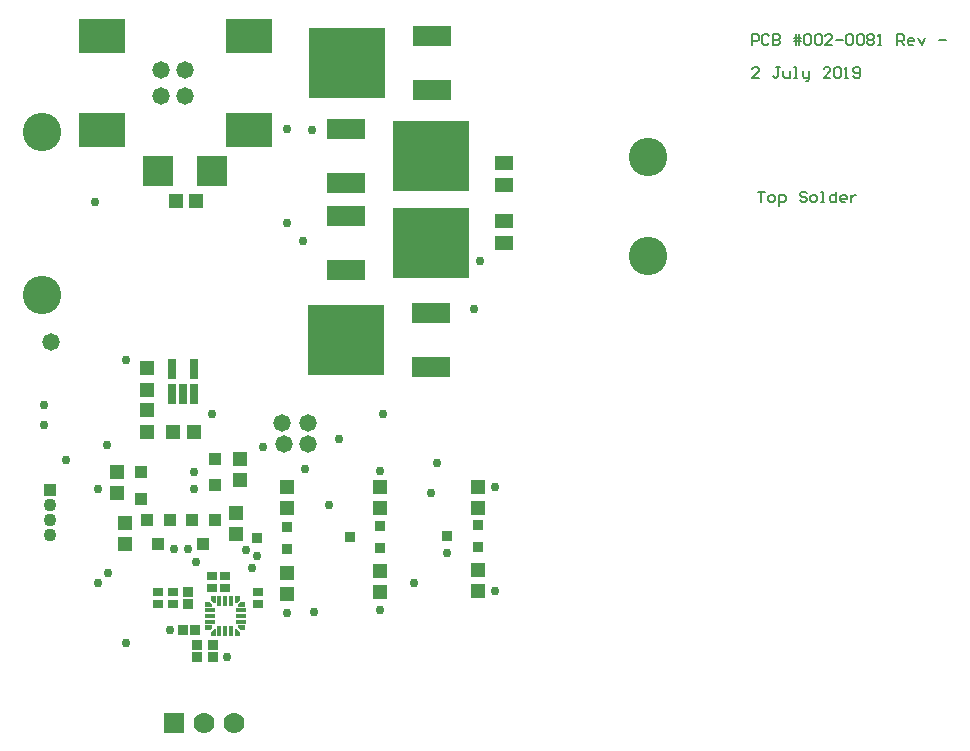
<source format=gts>
G04*
G04 #@! TF.GenerationSoftware,Altium Limited,Altium Designer,19.0.10 (269)*
G04*
G04 Layer_Color=8388736*
%FSLAX23Y23*%
%MOIN*%
G70*
G01*
G75*
%ADD16C,0.008*%
%ADD38R,0.039X0.039*%
%ADD39R,0.063X0.049*%
%ADD40R,0.039X0.043*%
%ADD41R,0.099X0.099*%
%ADD42R,0.051X0.047*%
%ADD43R,0.158X0.118*%
%ADD44R,0.126X0.071*%
%ADD45R,0.252X0.236*%
%ADD46R,0.051X0.051*%
%ADD47R,0.034X0.030*%
%ADD48R,0.036X0.032*%
%ADD49R,0.051X0.051*%
%ADD50R,0.036X0.036*%
%ADD51R,0.036X0.036*%
%ADD52R,0.032X0.017*%
%ADD53R,0.017X0.032*%
%ADD54R,0.030X0.065*%
%ADD55R,0.030X0.065*%
%ADD56C,0.128*%
%ADD57C,0.070*%
%ADD58R,0.070X0.070*%
%ADD59R,0.043X0.043*%
%ADD60C,0.043*%
%ADD61C,0.030*%
%ADD62C,0.058*%
G36*
X627Y477D02*
X618Y468D01*
X603Y468D01*
Y484D01*
X627D01*
X627Y477D01*
D02*
G37*
G36*
X639Y448D02*
X622D01*
X622Y463D01*
X632Y472D01*
X639Y472D01*
Y448D01*
D02*
G37*
G36*
Y558D02*
X632Y558D01*
X622Y567D01*
X622Y583D01*
X639D01*
Y558D01*
D02*
G37*
G36*
X618Y563D02*
X627Y554D01*
X627Y546D01*
X603D01*
Y563D01*
X618Y563D01*
D02*
G37*
G36*
X737Y468D02*
X722Y468D01*
X713Y477D01*
X713Y484D01*
X737D01*
Y468D01*
D02*
G37*
G36*
X708Y472D02*
X718Y463D01*
X718Y448D01*
X701D01*
Y472D01*
X708Y472D01*
D02*
G37*
G36*
X718Y567D02*
X708Y558D01*
X701Y558D01*
Y583D01*
X718D01*
X718Y567D01*
D02*
G37*
G36*
X737Y546D02*
X713D01*
X713Y554D01*
X722Y563D01*
X737Y563D01*
Y546D01*
D02*
G37*
D16*
X2445Y1930D02*
X2468D01*
X2457D01*
Y1895D01*
X2486D02*
X2497D01*
X2503Y1901D01*
Y1912D01*
X2497Y1918D01*
X2486D01*
X2480Y1912D01*
Y1901D01*
X2486Y1895D01*
X2515Y1883D02*
Y1918D01*
X2532D01*
X2538Y1912D01*
Y1901D01*
X2532Y1895D01*
X2515D01*
X2608Y1924D02*
X2602Y1930D01*
X2591D01*
X2585Y1924D01*
Y1918D01*
X2591Y1912D01*
X2602D01*
X2608Y1907D01*
Y1901D01*
X2602Y1895D01*
X2591D01*
X2585Y1901D01*
X2626Y1895D02*
X2637D01*
X2643Y1901D01*
Y1912D01*
X2637Y1918D01*
X2626D01*
X2620Y1912D01*
Y1901D01*
X2626Y1895D01*
X2655D02*
X2667D01*
X2661D01*
Y1930D01*
X2655D01*
X2707D02*
Y1895D01*
X2690D01*
X2684Y1901D01*
Y1912D01*
X2690Y1918D01*
X2707D01*
X2737Y1895D02*
X2725D01*
X2719Y1901D01*
Y1912D01*
X2725Y1918D01*
X2737D01*
X2742Y1912D01*
Y1907D01*
X2719D01*
X2754Y1918D02*
Y1895D01*
Y1907D01*
X2760Y1912D01*
X2766Y1918D01*
X2772D01*
X2448Y2310D02*
X2425D01*
X2448Y2333D01*
Y2339D01*
X2442Y2345D01*
X2431D01*
X2425Y2339D01*
X2518Y2345D02*
X2507D01*
X2512D01*
Y2316D01*
X2507Y2310D01*
X2501D01*
X2495Y2316D01*
X2530Y2333D02*
Y2316D01*
X2536Y2310D01*
X2553D01*
Y2333D01*
X2565Y2310D02*
X2577D01*
X2571D01*
Y2345D01*
X2565D01*
X2594Y2333D02*
Y2316D01*
X2600Y2310D01*
X2617D01*
Y2304D01*
X2612Y2298D01*
X2606D01*
X2617Y2310D02*
Y2333D01*
X2687Y2310D02*
X2664D01*
X2687Y2333D01*
Y2339D01*
X2682Y2345D01*
X2670D01*
X2664Y2339D01*
X2699D02*
X2705Y2345D01*
X2717D01*
X2722Y2339D01*
Y2316D01*
X2717Y2310D01*
X2705D01*
X2699Y2316D01*
Y2339D01*
X2734Y2310D02*
X2746D01*
X2740D01*
Y2345D01*
X2734Y2339D01*
X2763Y2316D02*
X2769Y2310D01*
X2781D01*
X2787Y2316D01*
Y2339D01*
X2781Y2345D01*
X2769D01*
X2763Y2339D01*
Y2333D01*
X2769Y2327D01*
X2787D01*
X2425Y2420D02*
Y2455D01*
X2442D01*
X2448Y2449D01*
Y2437D01*
X2442Y2432D01*
X2425D01*
X2483Y2449D02*
X2477Y2455D01*
X2466D01*
X2460Y2449D01*
Y2426D01*
X2466Y2420D01*
X2477D01*
X2483Y2426D01*
X2495Y2455D02*
Y2420D01*
X2512D01*
X2518Y2426D01*
Y2432D01*
X2512Y2437D01*
X2495D01*
X2512D01*
X2518Y2443D01*
Y2449D01*
X2512Y2455D01*
X2495D01*
X2571Y2420D02*
Y2455D01*
X2582D02*
Y2420D01*
X2565Y2443D02*
X2582D01*
X2588D01*
X2565Y2432D02*
X2588D01*
X2600Y2449D02*
X2606Y2455D01*
X2617D01*
X2623Y2449D01*
Y2426D01*
X2617Y2420D01*
X2606D01*
X2600Y2426D01*
Y2449D01*
X2635D02*
X2641Y2455D01*
X2652D01*
X2658Y2449D01*
Y2426D01*
X2652Y2420D01*
X2641D01*
X2635Y2426D01*
Y2449D01*
X2693Y2420D02*
X2670D01*
X2693Y2443D01*
Y2449D01*
X2687Y2455D01*
X2676D01*
X2670Y2449D01*
X2705Y2437D02*
X2728D01*
X2740Y2449D02*
X2746Y2455D01*
X2757D01*
X2763Y2449D01*
Y2426D01*
X2757Y2420D01*
X2746D01*
X2740Y2426D01*
Y2449D01*
X2775D02*
X2781Y2455D01*
X2792D01*
X2798Y2449D01*
Y2426D01*
X2792Y2420D01*
X2781D01*
X2775Y2426D01*
Y2449D01*
X2810D02*
X2816Y2455D01*
X2827D01*
X2833Y2449D01*
Y2443D01*
X2827Y2437D01*
X2833Y2432D01*
Y2426D01*
X2827Y2420D01*
X2816D01*
X2810Y2426D01*
Y2432D01*
X2816Y2437D01*
X2810Y2443D01*
Y2449D01*
X2816Y2437D02*
X2827D01*
X2845Y2420D02*
X2857D01*
X2851D01*
Y2455D01*
X2845Y2449D01*
X2909Y2420D02*
Y2455D01*
X2927D01*
X2932Y2449D01*
Y2437D01*
X2927Y2432D01*
X2909D01*
X2921D02*
X2932Y2420D01*
X2961D02*
X2950D01*
X2944Y2426D01*
Y2437D01*
X2950Y2443D01*
X2961D01*
X2967Y2437D01*
Y2432D01*
X2944D01*
X2979Y2443D02*
X2991Y2420D01*
X3002Y2443D01*
X3049Y2437D02*
X3072D01*
D38*
X390Y907D02*
D03*
Y995D02*
D03*
X635Y951D02*
D03*
Y1040D02*
D03*
D39*
X1600Y1832D02*
D03*
Y1758D02*
D03*
Y2027D02*
D03*
Y1953D02*
D03*
D40*
X634Y835D02*
D03*
X560D02*
D03*
X597Y756D02*
D03*
X484Y835D02*
D03*
X410D02*
D03*
X447Y756D02*
D03*
D41*
X447Y2000D02*
D03*
X624D02*
D03*
D42*
X505Y1900D02*
D03*
X572D02*
D03*
D43*
X750Y2450D02*
D03*
Y2135D02*
D03*
X260Y2450D02*
D03*
Y2135D02*
D03*
D44*
X1358Y2270D02*
D03*
Y2450D02*
D03*
X1355Y1345D02*
D03*
Y1525D02*
D03*
X1072Y2140D02*
D03*
Y1960D02*
D03*
Y1850D02*
D03*
Y1670D02*
D03*
D45*
X1075Y2360D02*
D03*
X1072Y1435D02*
D03*
X1355Y2050D02*
D03*
Y1760D02*
D03*
D46*
X495Y1130D02*
D03*
X565D02*
D03*
D47*
X670Y650D02*
D03*
Y610D02*
D03*
X624Y650D02*
D03*
Y610D02*
D03*
X445Y555D02*
D03*
Y595D02*
D03*
X494Y555D02*
D03*
Y595D02*
D03*
X780Y555D02*
D03*
Y594D02*
D03*
D48*
X876Y738D02*
D03*
Y813D02*
D03*
X774Y775D02*
D03*
X1409Y782D02*
D03*
X1511Y820D02*
D03*
Y745D02*
D03*
X1084Y780D02*
D03*
X1186Y817D02*
D03*
Y743D02*
D03*
D49*
X705Y790D02*
D03*
Y860D02*
D03*
X720Y1040D02*
D03*
Y969D02*
D03*
X1511Y875D02*
D03*
Y945D02*
D03*
X1511Y670D02*
D03*
Y600D02*
D03*
X310Y995D02*
D03*
Y925D02*
D03*
X335Y825D02*
D03*
Y754D02*
D03*
X876Y660D02*
D03*
Y590D02*
D03*
X876Y875D02*
D03*
Y945D02*
D03*
X1185Y665D02*
D03*
Y594D02*
D03*
X1186Y875D02*
D03*
Y945D02*
D03*
X410Y1270D02*
D03*
Y1341D02*
D03*
X410Y1130D02*
D03*
Y1201D02*
D03*
D50*
X544Y594D02*
D03*
Y555D02*
D03*
X575Y380D02*
D03*
Y420D02*
D03*
X630Y380D02*
D03*
Y420D02*
D03*
D51*
X530Y468D02*
D03*
X570D02*
D03*
D52*
X619Y535D02*
D03*
Y515D02*
D03*
Y496D02*
D03*
X721D02*
D03*
Y515D02*
D03*
Y535D02*
D03*
D53*
X650Y464D02*
D03*
X670D02*
D03*
X690D02*
D03*
Y566D02*
D03*
X670D02*
D03*
X650D02*
D03*
D54*
X567Y1340D02*
D03*
Y1255D02*
D03*
X493Y1340D02*
D03*
X530Y1255D02*
D03*
D55*
X493Y1255D02*
D03*
D56*
X60Y2130D02*
D03*
Y1585D02*
D03*
X2080Y1715D02*
D03*
Y2045D02*
D03*
D57*
X700Y160D02*
D03*
X600D02*
D03*
D58*
X500D02*
D03*
D59*
X85Y935D02*
D03*
D60*
Y885D02*
D03*
Y835D02*
D03*
Y785D02*
D03*
D61*
X572Y695D02*
D03*
X760Y675D02*
D03*
X964Y530D02*
D03*
X1300Y625D02*
D03*
X876Y1825D02*
D03*
X930Y1765D02*
D03*
X876Y2140D02*
D03*
X65Y1218D02*
D03*
X795Y1080D02*
D03*
X935Y1005D02*
D03*
X1050Y1105D02*
D03*
X275Y1085D02*
D03*
X340Y1370D02*
D03*
X235Y1895D02*
D03*
X625Y1188D02*
D03*
X65Y1153D02*
D03*
X245Y625D02*
D03*
X544Y739D02*
D03*
X739Y737D02*
D03*
X485Y470D02*
D03*
X675Y380D02*
D03*
X1185Y1000D02*
D03*
X500Y738D02*
D03*
X565Y995D02*
D03*
X565Y940D02*
D03*
X140Y1035D02*
D03*
X280Y660D02*
D03*
X1195Y1190D02*
D03*
X960Y2135D02*
D03*
X1569Y600D02*
D03*
X1015Y885D02*
D03*
X245Y940D02*
D03*
X340Y425D02*
D03*
X1355Y925D02*
D03*
X876Y525D02*
D03*
X1185Y535D02*
D03*
X1569Y945D02*
D03*
X1520Y1700D02*
D03*
X1500Y1540D02*
D03*
X1410Y725D02*
D03*
X1375Y1025D02*
D03*
X774Y715D02*
D03*
D62*
X90Y1430D02*
D03*
X865Y1090D02*
D03*
X860Y1160D02*
D03*
X945Y1090D02*
D03*
Y1160D02*
D03*
X535Y2335D02*
D03*
X455D02*
D03*
X535Y2250D02*
D03*
X455D02*
D03*
M02*

</source>
